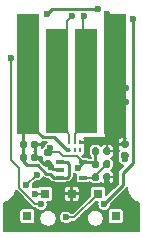
<source format=gbr>
%TF.GenerationSoftware,KiCad,Pcbnew,5.1.8*%
%TF.CreationDate,2020-12-04T00:19:28-05:00*%
%TF.ProjectId,spur,73707572-2e6b-4696-9361-645f70636258,v1.0*%
%TF.SameCoordinates,Original*%
%TF.FileFunction,Copper,L1,Top*%
%TF.FilePolarity,Positive*%
%FSLAX46Y46*%
G04 Gerber Fmt 4.6, Leading zero omitted, Abs format (unit mm)*
G04 Created by KiCad (PCBNEW 5.1.8) date 2020-12-04 00:19:28*
%MOMM*%
%LPD*%
G01*
G04 APERTURE LIST*
%TA.AperFunction,SMDPad,CuDef*%
%ADD10R,1.905000X10.160000*%
%TD*%
%TA.AperFunction,SMDPad,CuDef*%
%ADD11R,1.905000X8.890000*%
%TD*%
%TA.AperFunction,SMDPad,CuDef*%
%ADD12R,0.270000X0.330000*%
%TD*%
%TA.AperFunction,SMDPad,CuDef*%
%ADD13R,0.650000X0.400000*%
%TD*%
%TA.AperFunction,SMDPad,CuDef*%
%ADD14R,0.800000X0.800000*%
%TD*%
%TA.AperFunction,ViaPad*%
%ADD15C,0.600000*%
%TD*%
%TA.AperFunction,Conductor*%
%ADD16C,0.150000*%
%TD*%
%TA.AperFunction,Conductor*%
%ADD17C,0.250000*%
%TD*%
%TA.AperFunction,Conductor*%
%ADD18C,0.200000*%
%TD*%
%TA.AperFunction,Conductor*%
%ADD19C,0.100000*%
%TD*%
G04 APERTURE END LIST*
D10*
%TO.P,J1,1*%
%TO.N,VBUS*%
X136317000Y-80340000D03*
D11*
%TO.P,J1,2*%
%TO.N,/D-*%
X138793500Y-80975000D03*
%TO.P,J1,3*%
%TO.N,/D+*%
X141206500Y-80975000D03*
D10*
%TO.P,J1,4*%
%TO.N,GND*%
X143683000Y-80340000D03*
%TD*%
%TO.P,C3,1*%
%TO.N,+3V3*%
%TA.AperFunction,SMDPad,CuDef*%
G36*
G01*
X137827500Y-86720000D02*
X138172500Y-86720000D01*
G75*
G02*
X138320000Y-86867500I0J-147500D01*
G01*
X138320000Y-87162500D01*
G75*
G02*
X138172500Y-87310000I-147500J0D01*
G01*
X137827500Y-87310000D01*
G75*
G02*
X137680000Y-87162500I0J147500D01*
G01*
X137680000Y-86867500D01*
G75*
G02*
X137827500Y-86720000I147500J0D01*
G01*
G37*
%TD.AperFunction*%
%TO.P,C3,2*%
%TO.N,GND*%
%TA.AperFunction,SMDPad,CuDef*%
G36*
G01*
X137827500Y-87690000D02*
X138172500Y-87690000D01*
G75*
G02*
X138320000Y-87837500I0J-147500D01*
G01*
X138320000Y-88132500D01*
G75*
G02*
X138172500Y-88280000I-147500J0D01*
G01*
X137827500Y-88280000D01*
G75*
G02*
X137680000Y-88132500I0J147500D01*
G01*
X137680000Y-87837500D01*
G75*
G02*
X137827500Y-87690000I147500J0D01*
G01*
G37*
%TD.AperFunction*%
%TD*%
D12*
%TO.P,D2,1*%
%TO.N,GND*%
X140750000Y-86160000D03*
%TO.P,D2,2*%
%TO.N,/D+*%
X140250000Y-86160000D03*
%TO.P,D2,3*%
%TO.N,/D-*%
X139750000Y-86160000D03*
%TO.P,D2,4*%
%TO.N,VBUS*%
X139750000Y-86840000D03*
%TO.P,D2,5*%
%TO.N,N/C*%
X140250000Y-86840000D03*
%TO.P,D2,6*%
X140750000Y-86840000D03*
%TD*%
%TO.P,R3,2*%
%TO.N,GND*%
%TA.AperFunction,SMDPad,CuDef*%
G36*
G01*
X144672500Y-86610000D02*
X144327500Y-86610000D01*
G75*
G02*
X144180000Y-86462500I0J147500D01*
G01*
X144180000Y-86167500D01*
G75*
G02*
X144327500Y-86020000I147500J0D01*
G01*
X144672500Y-86020000D01*
G75*
G02*
X144820000Y-86167500I0J-147500D01*
G01*
X144820000Y-86462500D01*
G75*
G02*
X144672500Y-86610000I-147500J0D01*
G01*
G37*
%TD.AperFunction*%
%TO.P,R3,1*%
%TO.N,/BOOT*%
%TA.AperFunction,SMDPad,CuDef*%
G36*
G01*
X144672500Y-87580000D02*
X144327500Y-87580000D01*
G75*
G02*
X144180000Y-87432500I0J147500D01*
G01*
X144180000Y-87137500D01*
G75*
G02*
X144327500Y-86990000I147500J0D01*
G01*
X144672500Y-86990000D01*
G75*
G02*
X144820000Y-87137500I0J-147500D01*
G01*
X144820000Y-87432500D01*
G75*
G02*
X144672500Y-87580000I-147500J0D01*
G01*
G37*
%TD.AperFunction*%
%TD*%
D13*
%TO.P,U1,1*%
%TO.N,VBUS*%
X139050000Y-87850000D03*
%TO.P,U1,3*%
X139050000Y-89150000D03*
%TO.P,U1,2*%
%TO.N,GND*%
X139050000Y-88500000D03*
%TO.P,U1,4*%
%TO.N,Net-(R1-Pad2)*%
X140950000Y-89150000D03*
%TO.P,U1,5*%
%TO.N,+3V3*%
X140950000Y-87850000D03*
%TD*%
D14*
%TO.P,SW1,*%
%TO.N,*%
X143750000Y-92400000D03*
X136250000Y-92400000D03*
%TO.P,SW1,1*%
%TO.N,/SW_POS1*%
X142250000Y-90500000D03*
%TO.P,SW1,2*%
%TO.N,GND*%
X140000000Y-90500000D03*
%TO.P,SW1,3*%
%TO.N,/SW_POS2*%
X137750000Y-90500000D03*
%TD*%
%TO.P,D1,1*%
%TO.N,VBUS*%
%TA.AperFunction,SMDPad,CuDef*%
G36*
G01*
X135620000Y-86522500D02*
X135620000Y-86177500D01*
G75*
G02*
X135767500Y-86030000I147500J0D01*
G01*
X136062500Y-86030000D01*
G75*
G02*
X136210000Y-86177500I0J-147500D01*
G01*
X136210000Y-86522500D01*
G75*
G02*
X136062500Y-86670000I-147500J0D01*
G01*
X135767500Y-86670000D01*
G75*
G02*
X135620000Y-86522500I0J147500D01*
G01*
G37*
%TD.AperFunction*%
%TO.P,D1,2*%
%TO.N,GND*%
%TA.AperFunction,SMDPad,CuDef*%
G36*
G01*
X136590000Y-86522500D02*
X136590000Y-86177500D01*
G75*
G02*
X136737500Y-86030000I147500J0D01*
G01*
X137032500Y-86030000D01*
G75*
G02*
X137180000Y-86177500I0J-147500D01*
G01*
X137180000Y-86522500D01*
G75*
G02*
X137032500Y-86670000I-147500J0D01*
G01*
X136737500Y-86670000D01*
G75*
G02*
X136590000Y-86522500I0J147500D01*
G01*
G37*
%TD.AperFunction*%
%TD*%
%TO.P,R1,1*%
%TO.N,+3V3*%
%TA.AperFunction,SMDPad,CuDef*%
G36*
G01*
X141720000Y-88172500D02*
X141720000Y-87827500D01*
G75*
G02*
X141867500Y-87680000I147500J0D01*
G01*
X142162500Y-87680000D01*
G75*
G02*
X142310000Y-87827500I0J-147500D01*
G01*
X142310000Y-88172500D01*
G75*
G02*
X142162500Y-88320000I-147500J0D01*
G01*
X141867500Y-88320000D01*
G75*
G02*
X141720000Y-88172500I0J147500D01*
G01*
G37*
%TD.AperFunction*%
%TO.P,R1,2*%
%TO.N,Net-(R1-Pad2)*%
%TA.AperFunction,SMDPad,CuDef*%
G36*
G01*
X142690000Y-88172500D02*
X142690000Y-87827500D01*
G75*
G02*
X142837500Y-87680000I147500J0D01*
G01*
X143132500Y-87680000D01*
G75*
G02*
X143280000Y-87827500I0J-147500D01*
G01*
X143280000Y-88172500D01*
G75*
G02*
X143132500Y-88320000I-147500J0D01*
G01*
X142837500Y-88320000D01*
G75*
G02*
X142690000Y-88172500I0J147500D01*
G01*
G37*
%TD.AperFunction*%
%TD*%
%TO.P,R2,2*%
%TO.N,GND*%
%TA.AperFunction,SMDPad,CuDef*%
G36*
G01*
X142690000Y-89272500D02*
X142690000Y-88927500D01*
G75*
G02*
X142837500Y-88780000I147500J0D01*
G01*
X143132500Y-88780000D01*
G75*
G02*
X143280000Y-88927500I0J-147500D01*
G01*
X143280000Y-89272500D01*
G75*
G02*
X143132500Y-89420000I-147500J0D01*
G01*
X142837500Y-89420000D01*
G75*
G02*
X142690000Y-89272500I0J147500D01*
G01*
G37*
%TD.AperFunction*%
%TO.P,R2,1*%
%TO.N,Net-(R1-Pad2)*%
%TA.AperFunction,SMDPad,CuDef*%
G36*
G01*
X141720000Y-89272500D02*
X141720000Y-88927500D01*
G75*
G02*
X141867500Y-88780000I147500J0D01*
G01*
X142162500Y-88780000D01*
G75*
G02*
X142310000Y-88927500I0J-147500D01*
G01*
X142310000Y-89272500D01*
G75*
G02*
X142162500Y-89420000I-147500J0D01*
G01*
X141867500Y-89420000D01*
G75*
G02*
X141720000Y-89272500I0J147500D01*
G01*
G37*
%TD.AperFunction*%
%TD*%
%TO.P,C1,1*%
%TO.N,VBUS*%
%TA.AperFunction,SMDPad,CuDef*%
G36*
G01*
X135620000Y-87622500D02*
X135620000Y-87277500D01*
G75*
G02*
X135767500Y-87130000I147500J0D01*
G01*
X136062500Y-87130000D01*
G75*
G02*
X136210000Y-87277500I0J-147500D01*
G01*
X136210000Y-87622500D01*
G75*
G02*
X136062500Y-87770000I-147500J0D01*
G01*
X135767500Y-87770000D01*
G75*
G02*
X135620000Y-87622500I0J147500D01*
G01*
G37*
%TD.AperFunction*%
%TO.P,C1,2*%
%TO.N,GND*%
%TA.AperFunction,SMDPad,CuDef*%
G36*
G01*
X136590000Y-87622500D02*
X136590000Y-87277500D01*
G75*
G02*
X136737500Y-87130000I147500J0D01*
G01*
X137032500Y-87130000D01*
G75*
G02*
X137180000Y-87277500I0J-147500D01*
G01*
X137180000Y-87622500D01*
G75*
G02*
X137032500Y-87770000I-147500J0D01*
G01*
X136737500Y-87770000D01*
G75*
G02*
X136590000Y-87622500I0J147500D01*
G01*
G37*
%TD.AperFunction*%
%TD*%
%TO.P,C2,2*%
%TO.N,GND*%
%TA.AperFunction,SMDPad,CuDef*%
G36*
G01*
X142690000Y-87072500D02*
X142690000Y-86727500D01*
G75*
G02*
X142837500Y-86580000I147500J0D01*
G01*
X143132500Y-86580000D01*
G75*
G02*
X143280000Y-86727500I0J-147500D01*
G01*
X143280000Y-87072500D01*
G75*
G02*
X143132500Y-87220000I-147500J0D01*
G01*
X142837500Y-87220000D01*
G75*
G02*
X142690000Y-87072500I0J147500D01*
G01*
G37*
%TD.AperFunction*%
%TO.P,C2,1*%
%TO.N,+3V3*%
%TA.AperFunction,SMDPad,CuDef*%
G36*
G01*
X141720000Y-87072500D02*
X141720000Y-86727500D01*
G75*
G02*
X141867500Y-86580000I147500J0D01*
G01*
X142162500Y-86580000D01*
G75*
G02*
X142310000Y-86727500I0J-147500D01*
G01*
X142310000Y-87072500D01*
G75*
G02*
X142162500Y-87220000I-147500J0D01*
G01*
X141867500Y-87220000D01*
G75*
G02*
X141720000Y-87072500I0J147500D01*
G01*
G37*
%TD.AperFunction*%
%TD*%
D15*
%TO.N,GND*%
X135880000Y-91310000D03*
X143800000Y-75850000D03*
X144100000Y-85200000D03*
X141650000Y-86050000D03*
X143000000Y-89599994D03*
X138254660Y-88219681D03*
X137899397Y-89479397D03*
X142990000Y-75300000D03*
X144570021Y-81550000D03*
X144570021Y-82770000D03*
%TO.N,+3V3*%
X137900000Y-75300000D03*
X145200000Y-75700000D03*
X140499979Y-88300023D03*
X138199871Y-86650000D03*
X142749998Y-91400002D03*
X142249710Y-74890290D03*
%TO.N,/D+*%
X141040499Y-75475010D03*
%TO.N,/D-*%
X140000000Y-75500010D03*
%TO.N,/BOOT*%
X144500000Y-87600000D03*
%TO.N,/SWDIO*%
X134864480Y-79000000D03*
X137410000Y-91400020D03*
%TO.N,/SPI_MOSI*%
X137033744Y-88890875D03*
X136152414Y-89773259D03*
%TO.N,/SW_POS1*%
X139500000Y-92510000D03*
%TO.N,/SW_POS2*%
X136879603Y-90506421D03*
%TD*%
D16*
%TO.N,VBUS*%
X136700000Y-80723000D02*
X136317000Y-80340000D01*
D17*
X136317000Y-84467000D02*
X136317000Y-80340000D01*
X135600000Y-81057000D02*
X136317000Y-80340000D01*
X139050000Y-89150000D02*
X139625000Y-89150000D01*
X139625000Y-87850000D02*
X139050000Y-87850000D01*
X139799969Y-88024969D02*
X139625000Y-87850000D01*
X139799969Y-88975031D02*
X139799969Y-88024969D01*
X139625000Y-89150000D02*
X139799969Y-88975031D01*
X139640000Y-86840000D02*
X138545001Y-85745001D01*
X139750000Y-86840000D02*
X139640000Y-86840000D01*
X136317000Y-84481002D02*
X136317000Y-80340000D01*
X137580999Y-85745001D02*
X136317000Y-84481002D01*
X138145001Y-85745001D02*
X137580999Y-85745001D01*
X138545001Y-85745001D02*
X138145001Y-85745001D01*
X135915000Y-80742000D02*
X136317000Y-80340000D01*
X135915000Y-86350000D02*
X135915000Y-80742000D01*
X135915000Y-86350000D02*
X135915000Y-87450000D01*
X137871450Y-88844682D02*
X137126768Y-88100000D01*
X138169682Y-88844682D02*
X137871450Y-88844682D01*
X138475000Y-89150000D02*
X138169682Y-88844682D01*
X136245000Y-88100000D02*
X135915000Y-87770000D01*
X135915000Y-87770000D02*
X135915000Y-87450000D01*
X137126768Y-88100000D02*
X136245000Y-88100000D01*
X139050000Y-89150000D02*
X138475000Y-89150000D01*
D18*
%TO.N,GND*%
X143683000Y-80340000D02*
X143683000Y-85833000D01*
D17*
X136885000Y-86350000D02*
X136885000Y-87450000D01*
X138000000Y-87985000D02*
X137680000Y-87985000D01*
X137680000Y-87985000D02*
X137145000Y-87450000D01*
X137145000Y-87450000D02*
X136885000Y-87450000D01*
X138000000Y-87985000D02*
X138234681Y-88219681D01*
X138234681Y-88219681D02*
X138254660Y-88219681D01*
X139050000Y-88500000D02*
X138944671Y-88394671D01*
X138944671Y-88394671D02*
X138429650Y-88394671D01*
X138429650Y-88394671D02*
X138254660Y-88219681D01*
%TO.N,+3V3*%
X141865000Y-87850000D02*
X142015000Y-88000000D01*
X140950000Y-87850000D02*
X141865000Y-87850000D01*
X142015000Y-88000000D02*
X142015000Y-86900000D01*
X142015000Y-86900000D02*
X142015000Y-86881768D01*
D18*
X140449999Y-87349999D02*
X140950000Y-87850000D01*
X139273945Y-87349999D02*
X140449999Y-87349999D01*
X138938946Y-87015000D02*
X139273945Y-87349999D01*
X138000000Y-87015000D02*
X138938946Y-87015000D01*
D17*
X140950000Y-87850000D02*
X140799978Y-88000024D01*
X140799978Y-88000024D02*
X140499979Y-88300023D01*
X138199871Y-86815129D02*
X138199871Y-86650000D01*
X138000000Y-87015000D02*
X138199871Y-86815129D01*
X142749998Y-91390002D02*
X142749998Y-91400002D01*
X144330000Y-88740000D02*
X144330000Y-89810000D01*
X144330000Y-89810000D02*
X142749998Y-91390002D01*
X145200000Y-87870000D02*
X144330000Y-88740000D01*
X145200000Y-75700000D02*
X145200000Y-87870000D01*
X142209420Y-74850000D02*
X142249710Y-74890290D01*
X138350000Y-74850000D02*
X142209420Y-74850000D01*
X137900000Y-75300000D02*
X138350000Y-74850000D01*
D16*
%TO.N,/D+*%
X140250000Y-86160000D02*
X140250000Y-85450000D01*
X141206500Y-84493500D02*
X141206500Y-80975000D01*
X140250000Y-85450000D02*
X141206500Y-84493500D01*
X141000000Y-75515509D02*
X141040499Y-75475010D01*
X141000000Y-80768500D02*
X141000000Y-75515509D01*
X141206500Y-80975000D02*
X141000000Y-80768500D01*
%TO.N,/D-*%
X139750000Y-86160000D02*
X139750000Y-85450000D01*
X138793500Y-84493500D02*
X138793500Y-80975000D01*
X139750000Y-85450000D02*
X138793500Y-84493500D01*
X139600000Y-75900010D02*
X140000000Y-75500010D01*
X139600000Y-80168500D02*
X139600000Y-75900010D01*
X138793500Y-80975000D02*
X139600000Y-80168500D01*
%TO.N,/BOOT*%
X144500000Y-87600000D02*
X144500000Y-87285000D01*
%TO.N,/SWDIO*%
X135577412Y-88327412D02*
X134864480Y-87614480D01*
X135577412Y-90049261D02*
X135577412Y-88327412D01*
X134864480Y-87614480D02*
X134864480Y-79000000D01*
X136928171Y-91400020D02*
X135577412Y-90049261D01*
X137410000Y-91400020D02*
X136928171Y-91400020D01*
%TO.N,/SPI_MOSI*%
X136152414Y-89772205D02*
X136152414Y-89773259D01*
X137033744Y-88890875D02*
X136152414Y-89772205D01*
%TO.N,/SW_POS1*%
X140220000Y-92510000D02*
X139500000Y-92510000D01*
X142230000Y-90500000D02*
X140220000Y-92510000D01*
X142250000Y-90500000D02*
X142230000Y-90500000D01*
%TO.N,/SW_POS2*%
X136886024Y-90500000D02*
X136879603Y-90506421D01*
X137750000Y-90500000D02*
X136886024Y-90500000D01*
%TO.N,Net-(R1-Pad2)*%
X141965000Y-89150000D02*
X142015000Y-89100000D01*
X140950000Y-89150000D02*
X141965000Y-89150000D01*
X142015000Y-88970000D02*
X142985000Y-88000000D01*
X142015000Y-89100000D02*
X142015000Y-88970000D01*
%TD*%
%TO.N,GND*%
X144525000Y-85700000D02*
X144526441Y-85714632D01*
X144530709Y-85728701D01*
X144537640Y-85741668D01*
X144546967Y-85753033D01*
X144558332Y-85762360D01*
X144570100Y-85768650D01*
X144525000Y-85813750D01*
X144525000Y-86290000D01*
X144545000Y-86290000D01*
X144545000Y-86340000D01*
X144525000Y-86340000D01*
X144525000Y-86360000D01*
X144475000Y-86360000D01*
X144475000Y-86340000D01*
X143973750Y-86340000D01*
X143905000Y-86408750D01*
X143903669Y-86610000D01*
X143908979Y-86663910D01*
X143924703Y-86715747D01*
X143950239Y-86763521D01*
X143984604Y-86805396D01*
X144026314Y-86839626D01*
X143975098Y-86902033D01*
X143935932Y-86975307D01*
X143911814Y-87054815D01*
X143903670Y-87137500D01*
X143903670Y-87432500D01*
X143911814Y-87515185D01*
X143925000Y-87558654D01*
X143925000Y-87656633D01*
X143947097Y-87767721D01*
X143990442Y-87872365D01*
X144053368Y-87966541D01*
X144133459Y-88046632D01*
X144227635Y-88109558D01*
X144332279Y-88152903D01*
X144348237Y-88156077D01*
X144061052Y-88443263D01*
X144045789Y-88455789D01*
X143995803Y-88516698D01*
X143958660Y-88586187D01*
X143944090Y-88634220D01*
X143935788Y-88661587D01*
X143928065Y-88740000D01*
X143930000Y-88759647D01*
X143930001Y-89644313D01*
X142926330Y-90647985D01*
X142926330Y-90100000D01*
X142921020Y-90046091D01*
X142905296Y-89994253D01*
X142879760Y-89946479D01*
X142845395Y-89904605D01*
X142803521Y-89870240D01*
X142755747Y-89844704D01*
X142703909Y-89828980D01*
X142650000Y-89823670D01*
X141850000Y-89823670D01*
X141796091Y-89828980D01*
X141744253Y-89844704D01*
X141696479Y-89870240D01*
X141654605Y-89904605D01*
X141620240Y-89946479D01*
X141594704Y-89994253D01*
X141578980Y-90046091D01*
X141573670Y-90100000D01*
X141573670Y-90661355D01*
X140075027Y-92160000D01*
X139957684Y-92160000D01*
X139946632Y-92143459D01*
X139866541Y-92063368D01*
X139772365Y-92000442D01*
X139667721Y-91957097D01*
X139556633Y-91935000D01*
X139443367Y-91935000D01*
X139332279Y-91957097D01*
X139227635Y-92000442D01*
X139133459Y-92063368D01*
X139053368Y-92143459D01*
X138990442Y-92237635D01*
X138947097Y-92342279D01*
X138925000Y-92453367D01*
X138925000Y-92566633D01*
X138947097Y-92677721D01*
X138990442Y-92782365D01*
X139053368Y-92876541D01*
X139133459Y-92956632D01*
X139227635Y-93019558D01*
X139332279Y-93062903D01*
X139443367Y-93085000D01*
X139556633Y-93085000D01*
X139667721Y-93062903D01*
X139772365Y-93019558D01*
X139866541Y-92956632D01*
X139946632Y-92876541D01*
X139957684Y-92860000D01*
X140202812Y-92860000D01*
X140220000Y-92861693D01*
X140237188Y-92860000D01*
X140237189Y-92860000D01*
X140288612Y-92854935D01*
X140354587Y-92834922D01*
X140415390Y-92802422D01*
X140468685Y-92758685D01*
X140479653Y-92745320D01*
X140716379Y-92508594D01*
X141275000Y-92508594D01*
X141275000Y-92651406D01*
X141302861Y-92791475D01*
X141357513Y-92923416D01*
X141436856Y-93042161D01*
X141537839Y-93143144D01*
X141656584Y-93222487D01*
X141788525Y-93277139D01*
X141928594Y-93305000D01*
X142071406Y-93305000D01*
X142211475Y-93277139D01*
X142343416Y-93222487D01*
X142462161Y-93143144D01*
X142563144Y-93042161D01*
X142642487Y-92923416D01*
X142697139Y-92791475D01*
X142725000Y-92651406D01*
X142725000Y-92508594D01*
X142697139Y-92368525D01*
X142642487Y-92236584D01*
X142563144Y-92117839D01*
X142462161Y-92016856D01*
X142343416Y-91937513D01*
X142211475Y-91882861D01*
X142071406Y-91855000D01*
X141928594Y-91855000D01*
X141788525Y-91882861D01*
X141656584Y-91937513D01*
X141537839Y-92016856D01*
X141436856Y-92117839D01*
X141357513Y-92236584D01*
X141302861Y-92368525D01*
X141275000Y-92508594D01*
X140716379Y-92508594D01*
X142048645Y-91176330D01*
X142220271Y-91176330D01*
X142197095Y-91232281D01*
X142174998Y-91343369D01*
X142174998Y-91456635D01*
X142197095Y-91567723D01*
X142240440Y-91672367D01*
X142303366Y-91766543D01*
X142383457Y-91846634D01*
X142477633Y-91909560D01*
X142582277Y-91952905D01*
X142693365Y-91975002D01*
X142806631Y-91975002D01*
X142917719Y-91952905D01*
X143022363Y-91909560D01*
X143116539Y-91846634D01*
X143136468Y-91826705D01*
X143120240Y-91846479D01*
X143094704Y-91894253D01*
X143078980Y-91946091D01*
X143073670Y-92000000D01*
X143073670Y-92800000D01*
X143078980Y-92853909D01*
X143094704Y-92905747D01*
X143120240Y-92953521D01*
X143154605Y-92995395D01*
X143196479Y-93029760D01*
X143244253Y-93055296D01*
X143296091Y-93071020D01*
X143350000Y-93076330D01*
X144150000Y-93076330D01*
X144203909Y-93071020D01*
X144255747Y-93055296D01*
X144303521Y-93029760D01*
X144345395Y-92995395D01*
X144379760Y-92953521D01*
X144405296Y-92905747D01*
X144421020Y-92853909D01*
X144426330Y-92800000D01*
X144426330Y-92000000D01*
X144421020Y-91946091D01*
X144405296Y-91894253D01*
X144379760Y-91846479D01*
X144345395Y-91804605D01*
X144303521Y-91770240D01*
X144255747Y-91744704D01*
X144203909Y-91728980D01*
X144150000Y-91723670D01*
X143350000Y-91723670D01*
X143296091Y-91728980D01*
X143244253Y-91744704D01*
X143196479Y-91770240D01*
X143176705Y-91786468D01*
X143196630Y-91766543D01*
X143259556Y-91672367D01*
X143302901Y-91567723D01*
X143324998Y-91456635D01*
X143324998Y-91380687D01*
X144598953Y-90106733D01*
X144614211Y-90094211D01*
X144627923Y-90077504D01*
X144663484Y-90034172D01*
X144664197Y-90033303D01*
X144701340Y-89963814D01*
X144703301Y-89957348D01*
X144701259Y-89979790D01*
X144701448Y-90006975D01*
X144701258Y-90034171D01*
X144701667Y-90038329D01*
X144701667Y-90038338D01*
X144701668Y-90038341D01*
X144722069Y-90232437D01*
X144727534Y-90259062D01*
X144732630Y-90285780D01*
X144733841Y-90289790D01*
X144791553Y-90476228D01*
X144802099Y-90501316D01*
X144812275Y-90526504D01*
X144814242Y-90530203D01*
X144907067Y-90701880D01*
X144922298Y-90724461D01*
X144937161Y-90747174D01*
X144939808Y-90750421D01*
X145064212Y-90900798D01*
X145083501Y-90919953D01*
X145102529Y-90939384D01*
X145105751Y-90942049D01*
X145105757Y-90942055D01*
X145105764Y-90942059D01*
X145256999Y-91065404D01*
X145279657Y-91080458D01*
X145302082Y-91095813D01*
X145305762Y-91097802D01*
X145305766Y-91097805D01*
X145305770Y-91097807D01*
X145478089Y-91189431D01*
X145503250Y-91199801D01*
X145528219Y-91210503D01*
X145532221Y-91211742D01*
X145700001Y-91262398D01*
X145700000Y-93700000D01*
X134300000Y-93700000D01*
X134300000Y-92000000D01*
X135573670Y-92000000D01*
X135573670Y-92800000D01*
X135578980Y-92853909D01*
X135594704Y-92905747D01*
X135620240Y-92953521D01*
X135654605Y-92995395D01*
X135696479Y-93029760D01*
X135744253Y-93055296D01*
X135796091Y-93071020D01*
X135850000Y-93076330D01*
X136650000Y-93076330D01*
X136703909Y-93071020D01*
X136755747Y-93055296D01*
X136803521Y-93029760D01*
X136845395Y-92995395D01*
X136879760Y-92953521D01*
X136905296Y-92905747D01*
X136921020Y-92853909D01*
X136926330Y-92800000D01*
X136926330Y-92508594D01*
X137275000Y-92508594D01*
X137275000Y-92651406D01*
X137302861Y-92791475D01*
X137357513Y-92923416D01*
X137436856Y-93042161D01*
X137537839Y-93143144D01*
X137656584Y-93222487D01*
X137788525Y-93277139D01*
X137928594Y-93305000D01*
X138071406Y-93305000D01*
X138211475Y-93277139D01*
X138343416Y-93222487D01*
X138462161Y-93143144D01*
X138563144Y-93042161D01*
X138642487Y-92923416D01*
X138697139Y-92791475D01*
X138725000Y-92651406D01*
X138725000Y-92508594D01*
X138697139Y-92368525D01*
X138642487Y-92236584D01*
X138563144Y-92117839D01*
X138462161Y-92016856D01*
X138343416Y-91937513D01*
X138211475Y-91882861D01*
X138071406Y-91855000D01*
X137928594Y-91855000D01*
X137788525Y-91882861D01*
X137656584Y-91937513D01*
X137537839Y-92016856D01*
X137436856Y-92117839D01*
X137357513Y-92236584D01*
X137302861Y-92368525D01*
X137275000Y-92508594D01*
X136926330Y-92508594D01*
X136926330Y-92000000D01*
X136921020Y-91946091D01*
X136905296Y-91894253D01*
X136879760Y-91846479D01*
X136845395Y-91804605D01*
X136803521Y-91770240D01*
X136755747Y-91744704D01*
X136703909Y-91728980D01*
X136650000Y-91723670D01*
X135850000Y-91723670D01*
X135796091Y-91728980D01*
X135744253Y-91744704D01*
X135696479Y-91770240D01*
X135654605Y-91804605D01*
X135620240Y-91846479D01*
X135594704Y-91894253D01*
X135578980Y-91946091D01*
X135573670Y-92000000D01*
X134300000Y-92000000D01*
X134300000Y-91263669D01*
X134484654Y-91205092D01*
X134509635Y-91194385D01*
X134534784Y-91184020D01*
X134538464Y-91182029D01*
X134538469Y-91182027D01*
X134538473Y-91182024D01*
X134709494Y-91088005D01*
X134731973Y-91072613D01*
X134754575Y-91057597D01*
X134757798Y-91054931D01*
X134757804Y-91054927D01*
X134757809Y-91054922D01*
X134907309Y-90929477D01*
X134926354Y-90910029D01*
X134945627Y-90890890D01*
X134948275Y-90887644D01*
X135070566Y-90735544D01*
X135085460Y-90712783D01*
X135100658Y-90690252D01*
X135102625Y-90686553D01*
X135193044Y-90513597D01*
X135203220Y-90488412D01*
X135213768Y-90463319D01*
X135214976Y-90459317D01*
X135214978Y-90459311D01*
X135214979Y-90459305D01*
X135270081Y-90272083D01*
X135275175Y-90245383D01*
X135278007Y-90231586D01*
X135284990Y-90244650D01*
X135328727Y-90297945D01*
X135342088Y-90308910D01*
X136668526Y-91635350D01*
X136679486Y-91648705D01*
X136708319Y-91672367D01*
X136732781Y-91692442D01*
X136793584Y-91724942D01*
X136859559Y-91744955D01*
X136928171Y-91751713D01*
X136945360Y-91750020D01*
X136952316Y-91750020D01*
X136963368Y-91766561D01*
X137043459Y-91846652D01*
X137137635Y-91909578D01*
X137242279Y-91952923D01*
X137353367Y-91975020D01*
X137466633Y-91975020D01*
X137577721Y-91952923D01*
X137682365Y-91909578D01*
X137776541Y-91846652D01*
X137856632Y-91766561D01*
X137919558Y-91672385D01*
X137962903Y-91567741D01*
X137985000Y-91456653D01*
X137985000Y-91343387D01*
X137962903Y-91232299D01*
X137939720Y-91176330D01*
X138150000Y-91176330D01*
X138203909Y-91171020D01*
X138255747Y-91155296D01*
X138303521Y-91129760D01*
X138345395Y-91095395D01*
X138379760Y-91053521D01*
X138405296Y-91005747D01*
X138421020Y-90953909D01*
X138426330Y-90900000D01*
X139323669Y-90900000D01*
X139328979Y-90953910D01*
X139344703Y-91005747D01*
X139370239Y-91053521D01*
X139404604Y-91095396D01*
X139446479Y-91129761D01*
X139494253Y-91155297D01*
X139546090Y-91171021D01*
X139600000Y-91176331D01*
X139906250Y-91175000D01*
X139975000Y-91106250D01*
X139975000Y-90525000D01*
X140025000Y-90525000D01*
X140025000Y-91106250D01*
X140093750Y-91175000D01*
X140400000Y-91176331D01*
X140453910Y-91171021D01*
X140505747Y-91155297D01*
X140553521Y-91129761D01*
X140595396Y-91095396D01*
X140629761Y-91053521D01*
X140655297Y-91005747D01*
X140671021Y-90953910D01*
X140676331Y-90900000D01*
X140675000Y-90593750D01*
X140606250Y-90525000D01*
X140025000Y-90525000D01*
X139975000Y-90525000D01*
X139393750Y-90525000D01*
X139325000Y-90593750D01*
X139323669Y-90900000D01*
X138426330Y-90900000D01*
X138426330Y-90100000D01*
X139323669Y-90100000D01*
X139325000Y-90406250D01*
X139393750Y-90475000D01*
X139975000Y-90475000D01*
X139975000Y-89893750D01*
X140025000Y-89893750D01*
X140025000Y-90475000D01*
X140606250Y-90475000D01*
X140675000Y-90406250D01*
X140676331Y-90100000D01*
X140671021Y-90046090D01*
X140655297Y-89994253D01*
X140629761Y-89946479D01*
X140595396Y-89904604D01*
X140553521Y-89870239D01*
X140505747Y-89844703D01*
X140453910Y-89828979D01*
X140400000Y-89823669D01*
X140093750Y-89825000D01*
X140025000Y-89893750D01*
X139975000Y-89893750D01*
X139906250Y-89825000D01*
X139600000Y-89823669D01*
X139546090Y-89828979D01*
X139494253Y-89844703D01*
X139446479Y-89870239D01*
X139404604Y-89904604D01*
X139370239Y-89946479D01*
X139344703Y-89994253D01*
X139328979Y-90046090D01*
X139323669Y-90100000D01*
X138426330Y-90100000D01*
X138421020Y-90046091D01*
X138405296Y-89994253D01*
X138379760Y-89946479D01*
X138345395Y-89904605D01*
X138303521Y-89870240D01*
X138255747Y-89844704D01*
X138203909Y-89828980D01*
X138150000Y-89823670D01*
X137350000Y-89823670D01*
X137296091Y-89828980D01*
X137244253Y-89844704D01*
X137196479Y-89870240D01*
X137154605Y-89904605D01*
X137120240Y-89946479D01*
X137103942Y-89976970D01*
X137047324Y-89953518D01*
X136936236Y-89931421D01*
X136822970Y-89931421D01*
X136711882Y-89953518D01*
X136697688Y-89959397D01*
X136705317Y-89940980D01*
X136727414Y-89829892D01*
X136727414Y-89716626D01*
X136723358Y-89696235D01*
X136957599Y-89461994D01*
X136977111Y-89465875D01*
X137090377Y-89465875D01*
X137201465Y-89443778D01*
X137306109Y-89400433D01*
X137400285Y-89337507D01*
X137480376Y-89257416D01*
X137543302Y-89163240D01*
X137567033Y-89105950D01*
X137574713Y-89113630D01*
X137587239Y-89128893D01*
X137648147Y-89178879D01*
X137717636Y-89216022D01*
X137793036Y-89238894D01*
X137851803Y-89244682D01*
X137851813Y-89244682D01*
X137871449Y-89246616D01*
X137891085Y-89244682D01*
X138003997Y-89244682D01*
X138178267Y-89418953D01*
X138190789Y-89434211D01*
X138206047Y-89446733D01*
X138206049Y-89446735D01*
X138251697Y-89484197D01*
X138321185Y-89521340D01*
X138396586Y-89544212D01*
X138475000Y-89551935D01*
X138494647Y-89550000D01*
X138535216Y-89550000D01*
X138571479Y-89579760D01*
X138619253Y-89605296D01*
X138671091Y-89621020D01*
X138725000Y-89626330D01*
X139375000Y-89626330D01*
X139428909Y-89621020D01*
X139480747Y-89605296D01*
X139528521Y-89579760D01*
X139564784Y-89550000D01*
X139605354Y-89550000D01*
X139625000Y-89551935D01*
X139644646Y-89550000D01*
X139644647Y-89550000D01*
X139703414Y-89544212D01*
X139778814Y-89521340D01*
X139848303Y-89484197D01*
X139909211Y-89434211D01*
X139921738Y-89418947D01*
X140068913Y-89271771D01*
X140084180Y-89259242D01*
X140134166Y-89198334D01*
X140171309Y-89128845D01*
X140194181Y-89053445D01*
X140199969Y-88994678D01*
X140199969Y-88994677D01*
X140201904Y-88975031D01*
X140199969Y-88955384D01*
X140199969Y-88791109D01*
X140227614Y-88809581D01*
X140332258Y-88852926D01*
X140365092Y-88859457D01*
X140353980Y-88896091D01*
X140348670Y-88950000D01*
X140348670Y-89350000D01*
X140353980Y-89403909D01*
X140369704Y-89455747D01*
X140395240Y-89503521D01*
X140429605Y-89545395D01*
X140471479Y-89579760D01*
X140519253Y-89605296D01*
X140571091Y-89621020D01*
X140625000Y-89626330D01*
X141275000Y-89626330D01*
X141328909Y-89621020D01*
X141380747Y-89605296D01*
X141428521Y-89579760D01*
X141470395Y-89545395D01*
X141504760Y-89503521D01*
X141506642Y-89500000D01*
X141510840Y-89500000D01*
X141515098Y-89507967D01*
X141567807Y-89572193D01*
X141632033Y-89624902D01*
X141705307Y-89664068D01*
X141784815Y-89688186D01*
X141867500Y-89696330D01*
X142162500Y-89696330D01*
X142245185Y-89688186D01*
X142324693Y-89664068D01*
X142397967Y-89624902D01*
X142460374Y-89573686D01*
X142494604Y-89615396D01*
X142536479Y-89649761D01*
X142584253Y-89675297D01*
X142636090Y-89691021D01*
X142690000Y-89696331D01*
X142891250Y-89695000D01*
X142960000Y-89626250D01*
X142960000Y-89125000D01*
X143010000Y-89125000D01*
X143010000Y-89626250D01*
X143078750Y-89695000D01*
X143280000Y-89696331D01*
X143333910Y-89691021D01*
X143385747Y-89675297D01*
X143433521Y-89649761D01*
X143475396Y-89615396D01*
X143509761Y-89573521D01*
X143535297Y-89525747D01*
X143551021Y-89473910D01*
X143556331Y-89420000D01*
X143555000Y-89193750D01*
X143486250Y-89125000D01*
X143010000Y-89125000D01*
X142960000Y-89125000D01*
X142940000Y-89125000D01*
X142940000Y-89075000D01*
X142960000Y-89075000D01*
X142960000Y-89055000D01*
X143010000Y-89055000D01*
X143010000Y-89075000D01*
X143486250Y-89075000D01*
X143555000Y-89006250D01*
X143556331Y-88780000D01*
X143551021Y-88726090D01*
X143535297Y-88674253D01*
X143509761Y-88626479D01*
X143475396Y-88584604D01*
X143433521Y-88550239D01*
X143385747Y-88524703D01*
X143372942Y-88520819D01*
X143432193Y-88472193D01*
X143484902Y-88407967D01*
X143524068Y-88334693D01*
X143548186Y-88255185D01*
X143556330Y-88172500D01*
X143556330Y-87827500D01*
X143548186Y-87744815D01*
X143524068Y-87665307D01*
X143484902Y-87592033D01*
X143432193Y-87527807D01*
X143372942Y-87479181D01*
X143385747Y-87475297D01*
X143433521Y-87449761D01*
X143475396Y-87415396D01*
X143509761Y-87373521D01*
X143535297Y-87325747D01*
X143551021Y-87273910D01*
X143556331Y-87220000D01*
X143555000Y-86993750D01*
X143486250Y-86925000D01*
X143010000Y-86925000D01*
X143010000Y-86945000D01*
X142960000Y-86945000D01*
X142960000Y-86925000D01*
X142940000Y-86925000D01*
X142940000Y-86875000D01*
X142960000Y-86875000D01*
X142960000Y-86373750D01*
X143010000Y-86373750D01*
X143010000Y-86875000D01*
X143486250Y-86875000D01*
X143555000Y-86806250D01*
X143556331Y-86580000D01*
X143551021Y-86526090D01*
X143535297Y-86474253D01*
X143509761Y-86426479D01*
X143475396Y-86384604D01*
X143433521Y-86350239D01*
X143385747Y-86324703D01*
X143333910Y-86308979D01*
X143280000Y-86303669D01*
X143078750Y-86305000D01*
X143010000Y-86373750D01*
X142960000Y-86373750D01*
X142891250Y-86305000D01*
X142690000Y-86303669D01*
X142636090Y-86308979D01*
X142584253Y-86324703D01*
X142536479Y-86350239D01*
X142494604Y-86384604D01*
X142460374Y-86426314D01*
X142397967Y-86375098D01*
X142324693Y-86335932D01*
X142245185Y-86311814D01*
X142162500Y-86303670D01*
X141867500Y-86303670D01*
X141784815Y-86311814D01*
X141705307Y-86335932D01*
X141632033Y-86375098D01*
X141567807Y-86427807D01*
X141515098Y-86492033D01*
X141475932Y-86565307D01*
X141451814Y-86644815D01*
X141443670Y-86727500D01*
X141443670Y-87072500D01*
X141451814Y-87155185D01*
X141475932Y-87234693D01*
X141515098Y-87307967D01*
X141567807Y-87372193D01*
X141615001Y-87410924D01*
X141615000Y-87450000D01*
X141464784Y-87450000D01*
X141428521Y-87420240D01*
X141380747Y-87394704D01*
X141328909Y-87378980D01*
X141275000Y-87373670D01*
X141004000Y-87373670D01*
X140909269Y-87278940D01*
X140938909Y-87276020D01*
X140990747Y-87260296D01*
X141038521Y-87234760D01*
X141080395Y-87200395D01*
X141114760Y-87158521D01*
X141140296Y-87110747D01*
X141156020Y-87058909D01*
X141161330Y-87005000D01*
X141161330Y-86675000D01*
X141156020Y-86621091D01*
X141140296Y-86569253D01*
X141114760Y-86521479D01*
X141097133Y-86500001D01*
X141114761Y-86478521D01*
X141140297Y-86430747D01*
X141156021Y-86378910D01*
X141161331Y-86325000D01*
X141160000Y-86253750D01*
X141091250Y-86185000D01*
X140775000Y-86185000D01*
X140775000Y-86205000D01*
X140725000Y-86205000D01*
X140725000Y-86185000D01*
X140705000Y-86185000D01*
X140705000Y-86135000D01*
X140725000Y-86135000D01*
X140725000Y-86115000D01*
X140775000Y-86115000D01*
X140775000Y-86135000D01*
X141091250Y-86135000D01*
X141160000Y-86066250D01*
X141160863Y-86020000D01*
X143903669Y-86020000D01*
X143905000Y-86221250D01*
X143973750Y-86290000D01*
X144475000Y-86290000D01*
X144475000Y-85813750D01*
X144406250Y-85745000D01*
X144180000Y-85743669D01*
X144126090Y-85748979D01*
X144074253Y-85764703D01*
X144026479Y-85790239D01*
X143984604Y-85824604D01*
X143950239Y-85866479D01*
X143924703Y-85914253D01*
X143908979Y-85966090D01*
X143903669Y-86020000D01*
X141160863Y-86020000D01*
X141161331Y-85995000D01*
X141156021Y-85941090D01*
X141140297Y-85889253D01*
X141114761Y-85841479D01*
X141080396Y-85799604D01*
X141050415Y-85775000D01*
X142800000Y-85775000D01*
X142814632Y-85773559D01*
X142828701Y-85769291D01*
X142841668Y-85762360D01*
X142853033Y-85753033D01*
X142862360Y-85741668D01*
X142869291Y-85728701D01*
X142873559Y-85714632D01*
X142875000Y-85700000D01*
X142875000Y-85375000D01*
X144525000Y-85375000D01*
X144525000Y-85700000D01*
%TA.AperFunction,Conductor*%
D19*
G36*
X144525000Y-85700000D02*
G01*
X144526441Y-85714632D01*
X144530709Y-85728701D01*
X144537640Y-85741668D01*
X144546967Y-85753033D01*
X144558332Y-85762360D01*
X144570100Y-85768650D01*
X144525000Y-85813750D01*
X144525000Y-86290000D01*
X144545000Y-86290000D01*
X144545000Y-86340000D01*
X144525000Y-86340000D01*
X144525000Y-86360000D01*
X144475000Y-86360000D01*
X144475000Y-86340000D01*
X143973750Y-86340000D01*
X143905000Y-86408750D01*
X143903669Y-86610000D01*
X143908979Y-86663910D01*
X143924703Y-86715747D01*
X143950239Y-86763521D01*
X143984604Y-86805396D01*
X144026314Y-86839626D01*
X143975098Y-86902033D01*
X143935932Y-86975307D01*
X143911814Y-87054815D01*
X143903670Y-87137500D01*
X143903670Y-87432500D01*
X143911814Y-87515185D01*
X143925000Y-87558654D01*
X143925000Y-87656633D01*
X143947097Y-87767721D01*
X143990442Y-87872365D01*
X144053368Y-87966541D01*
X144133459Y-88046632D01*
X144227635Y-88109558D01*
X144332279Y-88152903D01*
X144348237Y-88156077D01*
X144061052Y-88443263D01*
X144045789Y-88455789D01*
X143995803Y-88516698D01*
X143958660Y-88586187D01*
X143944090Y-88634220D01*
X143935788Y-88661587D01*
X143928065Y-88740000D01*
X143930000Y-88759647D01*
X143930001Y-89644313D01*
X142926330Y-90647985D01*
X142926330Y-90100000D01*
X142921020Y-90046091D01*
X142905296Y-89994253D01*
X142879760Y-89946479D01*
X142845395Y-89904605D01*
X142803521Y-89870240D01*
X142755747Y-89844704D01*
X142703909Y-89828980D01*
X142650000Y-89823670D01*
X141850000Y-89823670D01*
X141796091Y-89828980D01*
X141744253Y-89844704D01*
X141696479Y-89870240D01*
X141654605Y-89904605D01*
X141620240Y-89946479D01*
X141594704Y-89994253D01*
X141578980Y-90046091D01*
X141573670Y-90100000D01*
X141573670Y-90661355D01*
X140075027Y-92160000D01*
X139957684Y-92160000D01*
X139946632Y-92143459D01*
X139866541Y-92063368D01*
X139772365Y-92000442D01*
X139667721Y-91957097D01*
X139556633Y-91935000D01*
X139443367Y-91935000D01*
X139332279Y-91957097D01*
X139227635Y-92000442D01*
X139133459Y-92063368D01*
X139053368Y-92143459D01*
X138990442Y-92237635D01*
X138947097Y-92342279D01*
X138925000Y-92453367D01*
X138925000Y-92566633D01*
X138947097Y-92677721D01*
X138990442Y-92782365D01*
X139053368Y-92876541D01*
X139133459Y-92956632D01*
X139227635Y-93019558D01*
X139332279Y-93062903D01*
X139443367Y-93085000D01*
X139556633Y-93085000D01*
X139667721Y-93062903D01*
X139772365Y-93019558D01*
X139866541Y-92956632D01*
X139946632Y-92876541D01*
X139957684Y-92860000D01*
X140202812Y-92860000D01*
X140220000Y-92861693D01*
X140237188Y-92860000D01*
X140237189Y-92860000D01*
X140288612Y-92854935D01*
X140354587Y-92834922D01*
X140415390Y-92802422D01*
X140468685Y-92758685D01*
X140479653Y-92745320D01*
X140716379Y-92508594D01*
X141275000Y-92508594D01*
X141275000Y-92651406D01*
X141302861Y-92791475D01*
X141357513Y-92923416D01*
X141436856Y-93042161D01*
X141537839Y-93143144D01*
X141656584Y-93222487D01*
X141788525Y-93277139D01*
X141928594Y-93305000D01*
X142071406Y-93305000D01*
X142211475Y-93277139D01*
X142343416Y-93222487D01*
X142462161Y-93143144D01*
X142563144Y-93042161D01*
X142642487Y-92923416D01*
X142697139Y-92791475D01*
X142725000Y-92651406D01*
X142725000Y-92508594D01*
X142697139Y-92368525D01*
X142642487Y-92236584D01*
X142563144Y-92117839D01*
X142462161Y-92016856D01*
X142343416Y-91937513D01*
X142211475Y-91882861D01*
X142071406Y-91855000D01*
X141928594Y-91855000D01*
X141788525Y-91882861D01*
X141656584Y-91937513D01*
X141537839Y-92016856D01*
X141436856Y-92117839D01*
X141357513Y-92236584D01*
X141302861Y-92368525D01*
X141275000Y-92508594D01*
X140716379Y-92508594D01*
X142048645Y-91176330D01*
X142220271Y-91176330D01*
X142197095Y-91232281D01*
X142174998Y-91343369D01*
X142174998Y-91456635D01*
X142197095Y-91567723D01*
X142240440Y-91672367D01*
X142303366Y-91766543D01*
X142383457Y-91846634D01*
X142477633Y-91909560D01*
X142582277Y-91952905D01*
X142693365Y-91975002D01*
X142806631Y-91975002D01*
X142917719Y-91952905D01*
X143022363Y-91909560D01*
X143116539Y-91846634D01*
X143136468Y-91826705D01*
X143120240Y-91846479D01*
X143094704Y-91894253D01*
X143078980Y-91946091D01*
X143073670Y-92000000D01*
X143073670Y-92800000D01*
X143078980Y-92853909D01*
X143094704Y-92905747D01*
X143120240Y-92953521D01*
X143154605Y-92995395D01*
X143196479Y-93029760D01*
X143244253Y-93055296D01*
X143296091Y-93071020D01*
X143350000Y-93076330D01*
X144150000Y-93076330D01*
X144203909Y-93071020D01*
X144255747Y-93055296D01*
X144303521Y-93029760D01*
X144345395Y-92995395D01*
X144379760Y-92953521D01*
X144405296Y-92905747D01*
X144421020Y-92853909D01*
X144426330Y-92800000D01*
X144426330Y-92000000D01*
X144421020Y-91946091D01*
X144405296Y-91894253D01*
X144379760Y-91846479D01*
X144345395Y-91804605D01*
X144303521Y-91770240D01*
X144255747Y-91744704D01*
X144203909Y-91728980D01*
X144150000Y-91723670D01*
X143350000Y-91723670D01*
X143296091Y-91728980D01*
X143244253Y-91744704D01*
X143196479Y-91770240D01*
X143176705Y-91786468D01*
X143196630Y-91766543D01*
X143259556Y-91672367D01*
X143302901Y-91567723D01*
X143324998Y-91456635D01*
X143324998Y-91380687D01*
X144598953Y-90106733D01*
X144614211Y-90094211D01*
X144627923Y-90077504D01*
X144663484Y-90034172D01*
X144664197Y-90033303D01*
X144701340Y-89963814D01*
X144703301Y-89957348D01*
X144701259Y-89979790D01*
X144701448Y-90006975D01*
X144701258Y-90034171D01*
X144701667Y-90038329D01*
X144701667Y-90038338D01*
X144701668Y-90038341D01*
X144722069Y-90232437D01*
X144727534Y-90259062D01*
X144732630Y-90285780D01*
X144733841Y-90289790D01*
X144791553Y-90476228D01*
X144802099Y-90501316D01*
X144812275Y-90526504D01*
X144814242Y-90530203D01*
X144907067Y-90701880D01*
X144922298Y-90724461D01*
X144937161Y-90747174D01*
X144939808Y-90750421D01*
X145064212Y-90900798D01*
X145083501Y-90919953D01*
X145102529Y-90939384D01*
X145105751Y-90942049D01*
X145105757Y-90942055D01*
X145105764Y-90942059D01*
X145256999Y-91065404D01*
X145279657Y-91080458D01*
X145302082Y-91095813D01*
X145305762Y-91097802D01*
X145305766Y-91097805D01*
X145305770Y-91097807D01*
X145478089Y-91189431D01*
X145503250Y-91199801D01*
X145528219Y-91210503D01*
X145532221Y-91211742D01*
X145700001Y-91262398D01*
X145700000Y-93700000D01*
X134300000Y-93700000D01*
X134300000Y-92000000D01*
X135573670Y-92000000D01*
X135573670Y-92800000D01*
X135578980Y-92853909D01*
X135594704Y-92905747D01*
X135620240Y-92953521D01*
X135654605Y-92995395D01*
X135696479Y-93029760D01*
X135744253Y-93055296D01*
X135796091Y-93071020D01*
X135850000Y-93076330D01*
X136650000Y-93076330D01*
X136703909Y-93071020D01*
X136755747Y-93055296D01*
X136803521Y-93029760D01*
X136845395Y-92995395D01*
X136879760Y-92953521D01*
X136905296Y-92905747D01*
X136921020Y-92853909D01*
X136926330Y-92800000D01*
X136926330Y-92508594D01*
X137275000Y-92508594D01*
X137275000Y-92651406D01*
X137302861Y-92791475D01*
X137357513Y-92923416D01*
X137436856Y-93042161D01*
X137537839Y-93143144D01*
X137656584Y-93222487D01*
X137788525Y-93277139D01*
X137928594Y-93305000D01*
X138071406Y-93305000D01*
X138211475Y-93277139D01*
X138343416Y-93222487D01*
X138462161Y-93143144D01*
X138563144Y-93042161D01*
X138642487Y-92923416D01*
X138697139Y-92791475D01*
X138725000Y-92651406D01*
X138725000Y-92508594D01*
X138697139Y-92368525D01*
X138642487Y-92236584D01*
X138563144Y-92117839D01*
X138462161Y-92016856D01*
X138343416Y-91937513D01*
X138211475Y-91882861D01*
X138071406Y-91855000D01*
X137928594Y-91855000D01*
X137788525Y-91882861D01*
X137656584Y-91937513D01*
X137537839Y-92016856D01*
X137436856Y-92117839D01*
X137357513Y-92236584D01*
X137302861Y-92368525D01*
X137275000Y-92508594D01*
X136926330Y-92508594D01*
X136926330Y-92000000D01*
X136921020Y-91946091D01*
X136905296Y-91894253D01*
X136879760Y-91846479D01*
X136845395Y-91804605D01*
X136803521Y-91770240D01*
X136755747Y-91744704D01*
X136703909Y-91728980D01*
X136650000Y-91723670D01*
X135850000Y-91723670D01*
X135796091Y-91728980D01*
X135744253Y-91744704D01*
X135696479Y-91770240D01*
X135654605Y-91804605D01*
X135620240Y-91846479D01*
X135594704Y-91894253D01*
X135578980Y-91946091D01*
X135573670Y-92000000D01*
X134300000Y-92000000D01*
X134300000Y-91263669D01*
X134484654Y-91205092D01*
X134509635Y-91194385D01*
X134534784Y-91184020D01*
X134538464Y-91182029D01*
X134538469Y-91182027D01*
X134538473Y-91182024D01*
X134709494Y-91088005D01*
X134731973Y-91072613D01*
X134754575Y-91057597D01*
X134757798Y-91054931D01*
X134757804Y-91054927D01*
X134757809Y-91054922D01*
X134907309Y-90929477D01*
X134926354Y-90910029D01*
X134945627Y-90890890D01*
X134948275Y-90887644D01*
X135070566Y-90735544D01*
X135085460Y-90712783D01*
X135100658Y-90690252D01*
X135102625Y-90686553D01*
X135193044Y-90513597D01*
X135203220Y-90488412D01*
X135213768Y-90463319D01*
X135214976Y-90459317D01*
X135214978Y-90459311D01*
X135214979Y-90459305D01*
X135270081Y-90272083D01*
X135275175Y-90245383D01*
X135278007Y-90231586D01*
X135284990Y-90244650D01*
X135328727Y-90297945D01*
X135342088Y-90308910D01*
X136668526Y-91635350D01*
X136679486Y-91648705D01*
X136708319Y-91672367D01*
X136732781Y-91692442D01*
X136793584Y-91724942D01*
X136859559Y-91744955D01*
X136928171Y-91751713D01*
X136945360Y-91750020D01*
X136952316Y-91750020D01*
X136963368Y-91766561D01*
X137043459Y-91846652D01*
X137137635Y-91909578D01*
X137242279Y-91952923D01*
X137353367Y-91975020D01*
X137466633Y-91975020D01*
X137577721Y-91952923D01*
X137682365Y-91909578D01*
X137776541Y-91846652D01*
X137856632Y-91766561D01*
X137919558Y-91672385D01*
X137962903Y-91567741D01*
X137985000Y-91456653D01*
X137985000Y-91343387D01*
X137962903Y-91232299D01*
X137939720Y-91176330D01*
X138150000Y-91176330D01*
X138203909Y-91171020D01*
X138255747Y-91155296D01*
X138303521Y-91129760D01*
X138345395Y-91095395D01*
X138379760Y-91053521D01*
X138405296Y-91005747D01*
X138421020Y-90953909D01*
X138426330Y-90900000D01*
X139323669Y-90900000D01*
X139328979Y-90953910D01*
X139344703Y-91005747D01*
X139370239Y-91053521D01*
X139404604Y-91095396D01*
X139446479Y-91129761D01*
X139494253Y-91155297D01*
X139546090Y-91171021D01*
X139600000Y-91176331D01*
X139906250Y-91175000D01*
X139975000Y-91106250D01*
X139975000Y-90525000D01*
X140025000Y-90525000D01*
X140025000Y-91106250D01*
X140093750Y-91175000D01*
X140400000Y-91176331D01*
X140453910Y-91171021D01*
X140505747Y-91155297D01*
X140553521Y-91129761D01*
X140595396Y-91095396D01*
X140629761Y-91053521D01*
X140655297Y-91005747D01*
X140671021Y-90953910D01*
X140676331Y-90900000D01*
X140675000Y-90593750D01*
X140606250Y-90525000D01*
X140025000Y-90525000D01*
X139975000Y-90525000D01*
X139393750Y-90525000D01*
X139325000Y-90593750D01*
X139323669Y-90900000D01*
X138426330Y-90900000D01*
X138426330Y-90100000D01*
X139323669Y-90100000D01*
X139325000Y-90406250D01*
X139393750Y-90475000D01*
X139975000Y-90475000D01*
X139975000Y-89893750D01*
X140025000Y-89893750D01*
X140025000Y-90475000D01*
X140606250Y-90475000D01*
X140675000Y-90406250D01*
X140676331Y-90100000D01*
X140671021Y-90046090D01*
X140655297Y-89994253D01*
X140629761Y-89946479D01*
X140595396Y-89904604D01*
X140553521Y-89870239D01*
X140505747Y-89844703D01*
X140453910Y-89828979D01*
X140400000Y-89823669D01*
X140093750Y-89825000D01*
X140025000Y-89893750D01*
X139975000Y-89893750D01*
X139906250Y-89825000D01*
X139600000Y-89823669D01*
X139546090Y-89828979D01*
X139494253Y-89844703D01*
X139446479Y-89870239D01*
X139404604Y-89904604D01*
X139370239Y-89946479D01*
X139344703Y-89994253D01*
X139328979Y-90046090D01*
X139323669Y-90100000D01*
X138426330Y-90100000D01*
X138421020Y-90046091D01*
X138405296Y-89994253D01*
X138379760Y-89946479D01*
X138345395Y-89904605D01*
X138303521Y-89870240D01*
X138255747Y-89844704D01*
X138203909Y-89828980D01*
X138150000Y-89823670D01*
X137350000Y-89823670D01*
X137296091Y-89828980D01*
X137244253Y-89844704D01*
X137196479Y-89870240D01*
X137154605Y-89904605D01*
X137120240Y-89946479D01*
X137103942Y-89976970D01*
X137047324Y-89953518D01*
X136936236Y-89931421D01*
X136822970Y-89931421D01*
X136711882Y-89953518D01*
X136697688Y-89959397D01*
X136705317Y-89940980D01*
X136727414Y-89829892D01*
X136727414Y-89716626D01*
X136723358Y-89696235D01*
X136957599Y-89461994D01*
X136977111Y-89465875D01*
X137090377Y-89465875D01*
X137201465Y-89443778D01*
X137306109Y-89400433D01*
X137400285Y-89337507D01*
X137480376Y-89257416D01*
X137543302Y-89163240D01*
X137567033Y-89105950D01*
X137574713Y-89113630D01*
X137587239Y-89128893D01*
X137648147Y-89178879D01*
X137717636Y-89216022D01*
X137793036Y-89238894D01*
X137851803Y-89244682D01*
X137851813Y-89244682D01*
X137871449Y-89246616D01*
X137891085Y-89244682D01*
X138003997Y-89244682D01*
X138178267Y-89418953D01*
X138190789Y-89434211D01*
X138206047Y-89446733D01*
X138206049Y-89446735D01*
X138251697Y-89484197D01*
X138321185Y-89521340D01*
X138396586Y-89544212D01*
X138475000Y-89551935D01*
X138494647Y-89550000D01*
X138535216Y-89550000D01*
X138571479Y-89579760D01*
X138619253Y-89605296D01*
X138671091Y-89621020D01*
X138725000Y-89626330D01*
X139375000Y-89626330D01*
X139428909Y-89621020D01*
X139480747Y-89605296D01*
X139528521Y-89579760D01*
X139564784Y-89550000D01*
X139605354Y-89550000D01*
X139625000Y-89551935D01*
X139644646Y-89550000D01*
X139644647Y-89550000D01*
X139703414Y-89544212D01*
X139778814Y-89521340D01*
X139848303Y-89484197D01*
X139909211Y-89434211D01*
X139921738Y-89418947D01*
X140068913Y-89271771D01*
X140084180Y-89259242D01*
X140134166Y-89198334D01*
X140171309Y-89128845D01*
X140194181Y-89053445D01*
X140199969Y-88994678D01*
X140199969Y-88994677D01*
X140201904Y-88975031D01*
X140199969Y-88955384D01*
X140199969Y-88791109D01*
X140227614Y-88809581D01*
X140332258Y-88852926D01*
X140365092Y-88859457D01*
X140353980Y-88896091D01*
X140348670Y-88950000D01*
X140348670Y-89350000D01*
X140353980Y-89403909D01*
X140369704Y-89455747D01*
X140395240Y-89503521D01*
X140429605Y-89545395D01*
X140471479Y-89579760D01*
X140519253Y-89605296D01*
X140571091Y-89621020D01*
X140625000Y-89626330D01*
X141275000Y-89626330D01*
X141328909Y-89621020D01*
X141380747Y-89605296D01*
X141428521Y-89579760D01*
X141470395Y-89545395D01*
X141504760Y-89503521D01*
X141506642Y-89500000D01*
X141510840Y-89500000D01*
X141515098Y-89507967D01*
X141567807Y-89572193D01*
X141632033Y-89624902D01*
X141705307Y-89664068D01*
X141784815Y-89688186D01*
X141867500Y-89696330D01*
X142162500Y-89696330D01*
X142245185Y-89688186D01*
X142324693Y-89664068D01*
X142397967Y-89624902D01*
X142460374Y-89573686D01*
X142494604Y-89615396D01*
X142536479Y-89649761D01*
X142584253Y-89675297D01*
X142636090Y-89691021D01*
X142690000Y-89696331D01*
X142891250Y-89695000D01*
X142960000Y-89626250D01*
X142960000Y-89125000D01*
X143010000Y-89125000D01*
X143010000Y-89626250D01*
X143078750Y-89695000D01*
X143280000Y-89696331D01*
X143333910Y-89691021D01*
X143385747Y-89675297D01*
X143433521Y-89649761D01*
X143475396Y-89615396D01*
X143509761Y-89573521D01*
X143535297Y-89525747D01*
X143551021Y-89473910D01*
X143556331Y-89420000D01*
X143555000Y-89193750D01*
X143486250Y-89125000D01*
X143010000Y-89125000D01*
X142960000Y-89125000D01*
X142940000Y-89125000D01*
X142940000Y-89075000D01*
X142960000Y-89075000D01*
X142960000Y-89055000D01*
X143010000Y-89055000D01*
X143010000Y-89075000D01*
X143486250Y-89075000D01*
X143555000Y-89006250D01*
X143556331Y-88780000D01*
X143551021Y-88726090D01*
X143535297Y-88674253D01*
X143509761Y-88626479D01*
X143475396Y-88584604D01*
X143433521Y-88550239D01*
X143385747Y-88524703D01*
X143372942Y-88520819D01*
X143432193Y-88472193D01*
X143484902Y-88407967D01*
X143524068Y-88334693D01*
X143548186Y-88255185D01*
X143556330Y-88172500D01*
X143556330Y-87827500D01*
X143548186Y-87744815D01*
X143524068Y-87665307D01*
X143484902Y-87592033D01*
X143432193Y-87527807D01*
X143372942Y-87479181D01*
X143385747Y-87475297D01*
X143433521Y-87449761D01*
X143475396Y-87415396D01*
X143509761Y-87373521D01*
X143535297Y-87325747D01*
X143551021Y-87273910D01*
X143556331Y-87220000D01*
X143555000Y-86993750D01*
X143486250Y-86925000D01*
X143010000Y-86925000D01*
X143010000Y-86945000D01*
X142960000Y-86945000D01*
X142960000Y-86925000D01*
X142940000Y-86925000D01*
X142940000Y-86875000D01*
X142960000Y-86875000D01*
X142960000Y-86373750D01*
X143010000Y-86373750D01*
X143010000Y-86875000D01*
X143486250Y-86875000D01*
X143555000Y-86806250D01*
X143556331Y-86580000D01*
X143551021Y-86526090D01*
X143535297Y-86474253D01*
X143509761Y-86426479D01*
X143475396Y-86384604D01*
X143433521Y-86350239D01*
X143385747Y-86324703D01*
X143333910Y-86308979D01*
X143280000Y-86303669D01*
X143078750Y-86305000D01*
X143010000Y-86373750D01*
X142960000Y-86373750D01*
X142891250Y-86305000D01*
X142690000Y-86303669D01*
X142636090Y-86308979D01*
X142584253Y-86324703D01*
X142536479Y-86350239D01*
X142494604Y-86384604D01*
X142460374Y-86426314D01*
X142397967Y-86375098D01*
X142324693Y-86335932D01*
X142245185Y-86311814D01*
X142162500Y-86303670D01*
X141867500Y-86303670D01*
X141784815Y-86311814D01*
X141705307Y-86335932D01*
X141632033Y-86375098D01*
X141567807Y-86427807D01*
X141515098Y-86492033D01*
X141475932Y-86565307D01*
X141451814Y-86644815D01*
X141443670Y-86727500D01*
X141443670Y-87072500D01*
X141451814Y-87155185D01*
X141475932Y-87234693D01*
X141515098Y-87307967D01*
X141567807Y-87372193D01*
X141615001Y-87410924D01*
X141615000Y-87450000D01*
X141464784Y-87450000D01*
X141428521Y-87420240D01*
X141380747Y-87394704D01*
X141328909Y-87378980D01*
X141275000Y-87373670D01*
X141004000Y-87373670D01*
X140909269Y-87278940D01*
X140938909Y-87276020D01*
X140990747Y-87260296D01*
X141038521Y-87234760D01*
X141080395Y-87200395D01*
X141114760Y-87158521D01*
X141140296Y-87110747D01*
X141156020Y-87058909D01*
X141161330Y-87005000D01*
X141161330Y-86675000D01*
X141156020Y-86621091D01*
X141140296Y-86569253D01*
X141114760Y-86521479D01*
X141097133Y-86500001D01*
X141114761Y-86478521D01*
X141140297Y-86430747D01*
X141156021Y-86378910D01*
X141161331Y-86325000D01*
X141160000Y-86253750D01*
X141091250Y-86185000D01*
X140775000Y-86185000D01*
X140775000Y-86205000D01*
X140725000Y-86205000D01*
X140725000Y-86185000D01*
X140705000Y-86185000D01*
X140705000Y-86135000D01*
X140725000Y-86135000D01*
X140725000Y-86115000D01*
X140775000Y-86115000D01*
X140775000Y-86135000D01*
X141091250Y-86135000D01*
X141160000Y-86066250D01*
X141160863Y-86020000D01*
X143903669Y-86020000D01*
X143905000Y-86221250D01*
X143973750Y-86290000D01*
X144475000Y-86290000D01*
X144475000Y-85813750D01*
X144406250Y-85745000D01*
X144180000Y-85743669D01*
X144126090Y-85748979D01*
X144074253Y-85764703D01*
X144026479Y-85790239D01*
X143984604Y-85824604D01*
X143950239Y-85866479D01*
X143924703Y-85914253D01*
X143908979Y-85966090D01*
X143903669Y-86020000D01*
X141160863Y-86020000D01*
X141161331Y-85995000D01*
X141156021Y-85941090D01*
X141140297Y-85889253D01*
X141114761Y-85841479D01*
X141080396Y-85799604D01*
X141050415Y-85775000D01*
X142800000Y-85775000D01*
X142814632Y-85773559D01*
X142828701Y-85769291D01*
X142841668Y-85762360D01*
X142853033Y-85753033D01*
X142862360Y-85741668D01*
X142869291Y-85728701D01*
X142873559Y-85714632D01*
X142875000Y-85700000D01*
X142875000Y-85375000D01*
X144525000Y-85375000D01*
X144525000Y-85700000D01*
G37*
%TD.AperFunction*%
D16*
X139075000Y-88475000D02*
X139095000Y-88475000D01*
X139095000Y-88525000D01*
X139075000Y-88525000D01*
X139075000Y-88545000D01*
X139025000Y-88545000D01*
X139025000Y-88525000D01*
X139005000Y-88525000D01*
X139005000Y-88475000D01*
X139025000Y-88475000D01*
X139025000Y-88455000D01*
X139075000Y-88455000D01*
X139075000Y-88475000D01*
%TA.AperFunction,Conductor*%
D19*
G36*
X139075000Y-88475000D02*
G01*
X139095000Y-88475000D01*
X139095000Y-88525000D01*
X139075000Y-88525000D01*
X139075000Y-88545000D01*
X139025000Y-88545000D01*
X139025000Y-88525000D01*
X139005000Y-88525000D01*
X139005000Y-88475000D01*
X139025000Y-88475000D01*
X139025000Y-88455000D01*
X139075000Y-88455000D01*
X139075000Y-88475000D01*
G37*
%TD.AperFunction*%
D16*
X138025000Y-87960000D02*
X138045000Y-87960000D01*
X138045000Y-88010000D01*
X138025000Y-88010000D01*
X138025000Y-88030000D01*
X137975000Y-88030000D01*
X137975000Y-88010000D01*
X137955000Y-88010000D01*
X137955000Y-87960000D01*
X137975000Y-87960000D01*
X137975000Y-87940000D01*
X138025000Y-87940000D01*
X138025000Y-87960000D01*
%TA.AperFunction,Conductor*%
D19*
G36*
X138025000Y-87960000D02*
G01*
X138045000Y-87960000D01*
X138045000Y-88010000D01*
X138025000Y-88010000D01*
X138025000Y-88030000D01*
X137975000Y-88030000D01*
X137975000Y-88010000D01*
X137955000Y-88010000D01*
X137955000Y-87960000D01*
X137975000Y-87960000D01*
X137975000Y-87940000D01*
X138025000Y-87940000D01*
X138025000Y-87960000D01*
G37*
%TD.AperFunction*%
D16*
X137502585Y-86139213D02*
X137580999Y-86146936D01*
X137600646Y-86145001D01*
X137920683Y-86145001D01*
X137833330Y-86203368D01*
X137753239Y-86283459D01*
X137690313Y-86377635D01*
X137646968Y-86482279D01*
X137646199Y-86486146D01*
X137592033Y-86515098D01*
X137527807Y-86567807D01*
X137475098Y-86632033D01*
X137456314Y-86667174D01*
X137455000Y-86443750D01*
X137386250Y-86375000D01*
X136910000Y-86375000D01*
X136910000Y-86876250D01*
X136933750Y-86900000D01*
X136910000Y-86923750D01*
X136910000Y-87425000D01*
X137386250Y-87425000D01*
X137453566Y-87357684D01*
X137475098Y-87397967D01*
X137526314Y-87460374D01*
X137484604Y-87494604D01*
X137450239Y-87536479D01*
X137449365Y-87538115D01*
X137386250Y-87475000D01*
X136910000Y-87475000D01*
X136910000Y-87495000D01*
X136860000Y-87495000D01*
X136860000Y-87475000D01*
X136840000Y-87475000D01*
X136840000Y-87425000D01*
X136860000Y-87425000D01*
X136860000Y-86923750D01*
X136836250Y-86900000D01*
X136860000Y-86876250D01*
X136860000Y-86375000D01*
X136840000Y-86375000D01*
X136840000Y-86325000D01*
X136860000Y-86325000D01*
X136860000Y-86305000D01*
X136910000Y-86305000D01*
X136910000Y-86325000D01*
X137386250Y-86325000D01*
X137455000Y-86256250D01*
X137455772Y-86125013D01*
X137502585Y-86139213D01*
%TA.AperFunction,Conductor*%
D19*
G36*
X137502585Y-86139213D02*
G01*
X137580999Y-86146936D01*
X137600646Y-86145001D01*
X137920683Y-86145001D01*
X137833330Y-86203368D01*
X137753239Y-86283459D01*
X137690313Y-86377635D01*
X137646968Y-86482279D01*
X137646199Y-86486146D01*
X137592033Y-86515098D01*
X137527807Y-86567807D01*
X137475098Y-86632033D01*
X137456314Y-86667174D01*
X137455000Y-86443750D01*
X137386250Y-86375000D01*
X136910000Y-86375000D01*
X136910000Y-86876250D01*
X136933750Y-86900000D01*
X136910000Y-86923750D01*
X136910000Y-87425000D01*
X137386250Y-87425000D01*
X137453566Y-87357684D01*
X137475098Y-87397967D01*
X137526314Y-87460374D01*
X137484604Y-87494604D01*
X137450239Y-87536479D01*
X137449365Y-87538115D01*
X137386250Y-87475000D01*
X136910000Y-87475000D01*
X136910000Y-87495000D01*
X136860000Y-87495000D01*
X136860000Y-87475000D01*
X136840000Y-87475000D01*
X136840000Y-87425000D01*
X136860000Y-87425000D01*
X136860000Y-86923750D01*
X136836250Y-86900000D01*
X136860000Y-86876250D01*
X136860000Y-86375000D01*
X136840000Y-86375000D01*
X136840000Y-86325000D01*
X136860000Y-86325000D01*
X136860000Y-86305000D01*
X136910000Y-86305000D01*
X136910000Y-86325000D01*
X137386250Y-86325000D01*
X137455000Y-86256250D01*
X137455772Y-86125013D01*
X137502585Y-86139213D01*
G37*
%TD.AperFunction*%
%TD*%
M02*

</source>
